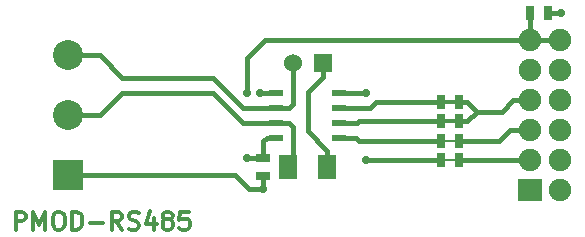
<source format=gtl>
G04 #@! TF.FileFunction,Copper,L1,Top,Signal*
%FSLAX46Y46*%
G04 Gerber Fmt 4.6, Leading zero omitted, Abs format (unit mm)*
G04 Created by KiCad (PCBNEW 4.0.2+dfsg1-stable) date jeu. 13 juil. 2017 18:44:21 CEST*
%MOMM*%
G01*
G04 APERTURE LIST*
%ADD10C,0.100000*%
%ADD11C,0.300000*%
%ADD12R,0.635000X1.143000*%
%ADD13R,2.000000X1.900000*%
%ADD14C,1.900000*%
%ADD15R,1.143000X0.635000*%
%ADD16R,1.524000X1.524000*%
%ADD17C,1.524000*%
%ADD18R,2.540000X2.540000*%
%ADD19C,2.540000*%
%ADD20R,1.524000X2.032000*%
%ADD21R,1.143000X0.508000*%
%ADD22C,0.711200*%
%ADD23C,0.406400*%
%ADD24C,0.203200*%
%ADD25C,0.304800*%
G04 APERTURE END LIST*
D10*
D11*
X123767972Y-114673771D02*
X123767972Y-113173771D01*
X124339400Y-113173771D01*
X124482258Y-113245200D01*
X124553686Y-113316629D01*
X124625115Y-113459486D01*
X124625115Y-113673771D01*
X124553686Y-113816629D01*
X124482258Y-113888057D01*
X124339400Y-113959486D01*
X123767972Y-113959486D01*
X125267972Y-114673771D02*
X125267972Y-113173771D01*
X125767972Y-114245200D01*
X126267972Y-113173771D01*
X126267972Y-114673771D01*
X127267972Y-113173771D02*
X127553686Y-113173771D01*
X127696544Y-113245200D01*
X127839401Y-113388057D01*
X127910829Y-113673771D01*
X127910829Y-114173771D01*
X127839401Y-114459486D01*
X127696544Y-114602343D01*
X127553686Y-114673771D01*
X127267972Y-114673771D01*
X127125115Y-114602343D01*
X126982258Y-114459486D01*
X126910829Y-114173771D01*
X126910829Y-113673771D01*
X126982258Y-113388057D01*
X127125115Y-113245200D01*
X127267972Y-113173771D01*
X128553687Y-114673771D02*
X128553687Y-113173771D01*
X128910830Y-113173771D01*
X129125115Y-113245200D01*
X129267973Y-113388057D01*
X129339401Y-113530914D01*
X129410830Y-113816629D01*
X129410830Y-114030914D01*
X129339401Y-114316629D01*
X129267973Y-114459486D01*
X129125115Y-114602343D01*
X128910830Y-114673771D01*
X128553687Y-114673771D01*
X130053687Y-114102343D02*
X131196544Y-114102343D01*
X132767973Y-114673771D02*
X132267973Y-113959486D01*
X131910830Y-114673771D02*
X131910830Y-113173771D01*
X132482258Y-113173771D01*
X132625116Y-113245200D01*
X132696544Y-113316629D01*
X132767973Y-113459486D01*
X132767973Y-113673771D01*
X132696544Y-113816629D01*
X132625116Y-113888057D01*
X132482258Y-113959486D01*
X131910830Y-113959486D01*
X133339401Y-114602343D02*
X133553687Y-114673771D01*
X133910830Y-114673771D01*
X134053687Y-114602343D01*
X134125116Y-114530914D01*
X134196544Y-114388057D01*
X134196544Y-114245200D01*
X134125116Y-114102343D01*
X134053687Y-114030914D01*
X133910830Y-113959486D01*
X133625116Y-113888057D01*
X133482258Y-113816629D01*
X133410830Y-113745200D01*
X133339401Y-113602343D01*
X133339401Y-113459486D01*
X133410830Y-113316629D01*
X133482258Y-113245200D01*
X133625116Y-113173771D01*
X133982258Y-113173771D01*
X134196544Y-113245200D01*
X135482258Y-113673771D02*
X135482258Y-114673771D01*
X135125115Y-113102343D02*
X134767972Y-114173771D01*
X135696544Y-114173771D01*
X136482258Y-113816629D02*
X136339400Y-113745200D01*
X136267972Y-113673771D01*
X136196543Y-113530914D01*
X136196543Y-113459486D01*
X136267972Y-113316629D01*
X136339400Y-113245200D01*
X136482258Y-113173771D01*
X136767972Y-113173771D01*
X136910829Y-113245200D01*
X136982258Y-113316629D01*
X137053686Y-113459486D01*
X137053686Y-113530914D01*
X136982258Y-113673771D01*
X136910829Y-113745200D01*
X136767972Y-113816629D01*
X136482258Y-113816629D01*
X136339400Y-113888057D01*
X136267972Y-113959486D01*
X136196543Y-114102343D01*
X136196543Y-114388057D01*
X136267972Y-114530914D01*
X136339400Y-114602343D01*
X136482258Y-114673771D01*
X136767972Y-114673771D01*
X136910829Y-114602343D01*
X136982258Y-114530914D01*
X137053686Y-114388057D01*
X137053686Y-114102343D01*
X136982258Y-113959486D01*
X136910829Y-113888057D01*
X136767972Y-113816629D01*
X138410829Y-113173771D02*
X137696543Y-113173771D01*
X137625114Y-113888057D01*
X137696543Y-113816629D01*
X137839400Y-113745200D01*
X138196543Y-113745200D01*
X138339400Y-113816629D01*
X138410829Y-113888057D01*
X138482257Y-114030914D01*
X138482257Y-114388057D01*
X138410829Y-114530914D01*
X138339400Y-114602343D01*
X138196543Y-114673771D01*
X137839400Y-114673771D01*
X137696543Y-114602343D01*
X137625114Y-114530914D01*
D12*
X167309800Y-96304100D03*
X168833800Y-96304100D03*
D13*
X167309800Y-111350000D03*
D14*
X167309800Y-108810000D03*
X167309800Y-106270000D03*
X167309800Y-103730000D03*
X167309800Y-101190000D03*
X167309800Y-98650000D03*
X169849800Y-111350000D03*
X169849800Y-108810000D03*
X169849800Y-106270000D03*
X169849800Y-103730000D03*
X169849800Y-101190000D03*
X169849800Y-98650000D03*
D15*
X144716500Y-108648500D03*
X144716500Y-110172500D03*
D16*
X149771100Y-100558600D03*
D17*
X147231100Y-100558600D03*
D18*
X128181100Y-110080000D03*
D19*
X128181100Y-99920000D03*
X128181100Y-105000000D03*
D20*
X146850100Y-109410500D03*
X150152100Y-109410500D03*
D21*
X145834100Y-106905000D03*
X151168100Y-106905000D03*
X145834100Y-105635000D03*
X145834100Y-104365000D03*
X145834100Y-103095000D03*
X151168100Y-105635000D03*
X151168100Y-104365000D03*
X151168100Y-103095000D03*
D12*
X161277300Y-108813600D03*
X159753300Y-108813600D03*
X161277300Y-105511600D03*
X159753300Y-105511600D03*
X161277300Y-103860600D03*
X159753300Y-103860600D03*
X159753300Y-107162600D03*
X161277300Y-107162600D03*
D22*
X169913300Y-96304100D03*
X144475200Y-103085900D03*
X144716500Y-111252000D03*
X143357600Y-108648500D03*
X143357600Y-103111300D03*
X153416000Y-103098600D03*
X153416000Y-108813600D03*
D23*
X128181100Y-110080000D02*
X142325300Y-110080000D01*
X143497300Y-111252000D02*
X144716500Y-111252000D01*
X142325300Y-110080000D02*
X143497300Y-111252000D01*
X168833800Y-96304100D02*
X169913300Y-96304100D01*
X144716500Y-110172500D02*
X144716500Y-111252000D01*
X144475200Y-103085900D02*
X144919700Y-103085900D01*
X144928800Y-103095000D02*
X145834100Y-103095000D01*
X144919700Y-103085900D02*
X144928800Y-103095000D01*
X144716500Y-108648500D02*
X143357600Y-108648500D01*
X144885200Y-98650000D02*
X143357600Y-100177600D01*
X143357600Y-103111300D02*
X143357600Y-100177600D01*
X144885200Y-98650000D02*
X167309800Y-98650000D01*
X167309800Y-98650000D02*
X167309800Y-96304100D01*
X144716500Y-108648500D02*
X144716500Y-107213400D01*
X144716500Y-107213400D02*
X145024900Y-106905000D01*
X145024900Y-106905000D02*
X145834100Y-106905000D01*
X169849800Y-98650000D02*
X167309800Y-98650000D01*
X149771100Y-100558600D02*
X149771100Y-101739700D01*
X150152100Y-107988100D02*
X150152100Y-109410500D01*
X148501100Y-106337100D02*
X150152100Y-107988100D01*
X148501100Y-103009700D02*
X148501100Y-106337100D01*
X149771100Y-101739700D02*
X148501100Y-103009700D01*
X149771100Y-109029500D02*
X150152100Y-109410500D01*
X132800300Y-101825000D02*
X140458400Y-101825000D01*
X128181100Y-99920000D02*
X130895300Y-99920000D01*
X132800300Y-101825000D02*
X130895300Y-99920000D01*
X142998400Y-104365000D02*
X145834100Y-104365000D01*
X140458400Y-101825000D02*
X142998400Y-104365000D01*
X145834100Y-104365000D02*
X146866400Y-104365000D01*
X147231100Y-104000300D02*
X147231100Y-100558600D01*
X146866400Y-104365000D02*
X147231100Y-104000300D01*
X132807500Y-103095000D02*
X140465600Y-103095000D01*
X132807500Y-103095000D02*
X130902500Y-105000000D01*
X128181100Y-105000000D02*
X130902500Y-105000000D01*
X143005600Y-105635000D02*
X145834100Y-105635000D01*
X140465600Y-103095000D02*
X143005600Y-105635000D01*
X145834100Y-105635000D02*
X146871900Y-105635000D01*
X147231100Y-105994200D02*
X147231100Y-109029500D01*
X146871900Y-105635000D02*
X147231100Y-105994200D01*
X147231100Y-109029500D02*
X146850100Y-109410500D01*
D24*
X159753300Y-108813600D02*
X161277300Y-108813600D01*
D23*
X151171700Y-103098600D02*
X153416000Y-103098600D01*
X153416000Y-108813600D02*
X159753300Y-108813600D01*
X151171700Y-103098600D02*
X151168100Y-103095000D01*
X161277300Y-108813600D02*
X167306200Y-108813600D01*
X167306200Y-108813600D02*
X167309800Y-108810000D01*
D24*
X159753300Y-107162600D02*
X161277300Y-107162600D01*
D23*
X161277300Y-107162600D02*
X164693600Y-107162600D01*
X164693600Y-107162600D02*
X165586200Y-106270000D01*
X165586200Y-106270000D02*
X167309800Y-106270000D01*
X159753300Y-107162600D02*
X152831800Y-107162600D01*
X152574200Y-106905000D02*
X151168100Y-106905000D01*
X152831800Y-107162600D02*
X152574200Y-106905000D01*
D25*
X159753300Y-103860600D02*
X161277300Y-103860600D01*
X161277300Y-105511600D02*
X159753300Y-105511600D01*
D23*
X162826700Y-104686100D02*
X164934900Y-104686100D01*
X165891000Y-103730000D02*
X167309800Y-103730000D01*
X164934900Y-104686100D02*
X165891000Y-103730000D01*
X161277300Y-103860600D02*
X162001200Y-103860600D01*
X162001200Y-103860600D02*
X162826700Y-104686100D01*
X162001200Y-105511600D02*
X162826700Y-104686100D01*
X162001200Y-105511600D02*
X161277300Y-105511600D01*
X159753300Y-103860600D02*
X154254200Y-103860600D01*
X153749800Y-104365000D02*
X151168100Y-104365000D01*
X154254200Y-103860600D02*
X153749800Y-104365000D01*
X159753300Y-105511600D02*
X152793700Y-105511600D01*
X152793700Y-105511600D02*
X152670300Y-105635000D01*
X152670300Y-105635000D02*
X151168100Y-105635000D01*
M02*

</source>
